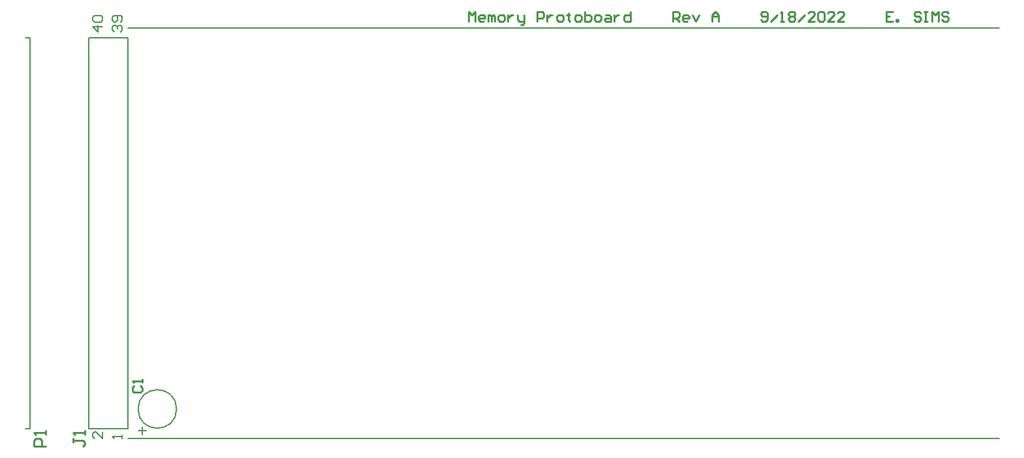
<source format=gto>
G04*
G04 #@! TF.GenerationSoftware,Altium Limited,Altium Designer,21.9.1 (22)*
G04*
G04 Layer_Color=65535*
%FSLAX25Y25*%
%MOIN*%
G70*
G04*
G04 #@! TF.SameCoordinates,86BB2744-E3F5-4ECB-9631-A9D74316A694*
G04*
G04*
G04 #@! TF.FilePolarity,Positive*
G04*
G01*
G75*
%ADD10C,0.00787*%
%ADD11C,0.00500*%
%ADD12C,0.01000*%
%ADD13C,0.00800*%
%ADD14C,0.00591*%
D10*
X179842Y125000D02*
G03*
X179842Y125000I-9843J0D01*
G01*
X102500Y115000D02*
X105000D01*
X102500Y315000D02*
X105000D01*
Y115000D02*
Y315000D01*
X155000Y115000D02*
Y315000D01*
X135000Y115000D02*
Y315000D01*
Y115000D02*
X155000D01*
X135000Y315000D02*
X155000D01*
D11*
Y110000D02*
X600000Y110000D01*
X155000Y320000D02*
X600000Y320000D01*
D12*
X329079Y323333D02*
Y328331D01*
X330746Y326665D01*
X332412Y328331D01*
Y323333D01*
X336577D02*
X334911D01*
X334078Y324166D01*
Y325832D01*
X334911Y326665D01*
X336577D01*
X337410Y325832D01*
Y324999D01*
X334078D01*
X339076Y323333D02*
Y326665D01*
X339909D01*
X340742Y325832D01*
Y323333D01*
Y325832D01*
X341575Y326665D01*
X342408Y325832D01*
Y323333D01*
X344908D02*
X346574D01*
X347407Y324166D01*
Y325832D01*
X346574Y326665D01*
X344908D01*
X344075Y325832D01*
Y324166D01*
X344908Y323333D01*
X349073Y326665D02*
Y323333D01*
Y324999D01*
X349906Y325832D01*
X350739Y326665D01*
X351572D01*
X354071D02*
Y324166D01*
X354904Y323333D01*
X357403D01*
Y322499D01*
X356570Y321666D01*
X355737D01*
X357403Y323333D02*
Y326665D01*
X364068Y323333D02*
Y328331D01*
X366567D01*
X367400Y327498D01*
Y325832D01*
X366567Y324999D01*
X364068D01*
X369066Y326665D02*
Y323333D01*
Y324999D01*
X369900Y325832D01*
X370732Y326665D01*
X371566D01*
X374898Y323333D02*
X376564D01*
X377397Y324166D01*
Y325832D01*
X376564Y326665D01*
X374898D01*
X374065Y325832D01*
Y324166D01*
X374898Y323333D01*
X379896Y327498D02*
Y326665D01*
X379063D01*
X380729D01*
X379896D01*
Y324166D01*
X380729Y323333D01*
X384062D02*
X385728D01*
X386561Y324166D01*
Y325832D01*
X385728Y326665D01*
X384062D01*
X383228Y325832D01*
Y324166D01*
X384062Y323333D01*
X388227Y328331D02*
Y323333D01*
X390726D01*
X391559Y324166D01*
Y324999D01*
Y325832D01*
X390726Y326665D01*
X388227D01*
X394058Y323333D02*
X395724D01*
X396557Y324166D01*
Y325832D01*
X395724Y326665D01*
X394058D01*
X393225Y325832D01*
Y324166D01*
X394058Y323333D01*
X399057Y326665D02*
X400723D01*
X401556Y325832D01*
Y323333D01*
X399057D01*
X398224Y324166D01*
X399057Y324999D01*
X401556D01*
X403222Y326665D02*
Y323333D01*
Y324999D01*
X404055Y325832D01*
X404888Y326665D01*
X405721D01*
X411553Y328331D02*
Y323333D01*
X409053D01*
X408220Y324166D01*
Y325832D01*
X409053Y326665D01*
X411553D01*
X433212Y323333D02*
Y328331D01*
X435711D01*
X436545Y327498D01*
Y325832D01*
X435711Y324999D01*
X433212D01*
X434878D02*
X436545Y323333D01*
X440710D02*
X439044D01*
X438211Y324166D01*
Y325832D01*
X439044Y326665D01*
X440710D01*
X441543Y325832D01*
Y324999D01*
X438211D01*
X443209Y326665D02*
X444875Y323333D01*
X446541Y326665D01*
X453206Y323333D02*
Y326665D01*
X454872Y328331D01*
X456538Y326665D01*
Y323333D01*
Y325832D01*
X453206D01*
X478198Y324166D02*
X479031Y323333D01*
X480697D01*
X481530Y324166D01*
Y327498D01*
X480697Y328331D01*
X479031D01*
X478198Y327498D01*
Y326665D01*
X479031Y325832D01*
X481530D01*
X483196Y323333D02*
X486528Y326665D01*
X488195Y323333D02*
X489861D01*
X489028D01*
Y328331D01*
X488195Y327498D01*
X492360D02*
X493193Y328331D01*
X494859D01*
X495692Y327498D01*
Y326665D01*
X494859Y325832D01*
X495692Y324999D01*
Y324166D01*
X494859Y323333D01*
X493193D01*
X492360Y324166D01*
Y324999D01*
X493193Y325832D01*
X492360Y326665D01*
Y327498D01*
X493193Y325832D02*
X494859D01*
X497358Y323333D02*
X500690Y326665D01*
X505689Y323333D02*
X502356D01*
X505689Y326665D01*
Y327498D01*
X504856Y328331D01*
X503190D01*
X502356Y327498D01*
X507355D02*
X508188Y328331D01*
X509854D01*
X510687Y327498D01*
Y324166D01*
X509854Y323333D01*
X508188D01*
X507355Y324166D01*
Y327498D01*
X515686Y323333D02*
X512353D01*
X515686Y326665D01*
Y327498D01*
X514853Y328331D01*
X513186D01*
X512353Y327498D01*
X520684Y323333D02*
X517352D01*
X520684Y326665D01*
Y327498D01*
X519851Y328331D01*
X518185D01*
X517352Y327498D01*
X545676Y328331D02*
X542344D01*
Y323333D01*
X545676D01*
X542344Y325832D02*
X544010D01*
X547342Y323333D02*
Y324166D01*
X548175D01*
Y323333D01*
X547342D01*
X559838Y327498D02*
X559005Y328331D01*
X557339D01*
X556506Y327498D01*
Y326665D01*
X557339Y325832D01*
X559005D01*
X559838Y324999D01*
Y324166D01*
X559005Y323333D01*
X557339D01*
X556506Y324166D01*
X561504Y328331D02*
X563170D01*
X562337D01*
Y323333D01*
X561504D01*
X563170D01*
X565669D02*
Y328331D01*
X567336Y326665D01*
X569002Y328331D01*
Y323333D01*
X574000Y327498D02*
X573167Y328331D01*
X571501D01*
X570668Y327498D01*
Y326665D01*
X571501Y325832D01*
X573167D01*
X574000Y324999D01*
Y324166D01*
X573167Y323333D01*
X571501D01*
X570668Y324166D01*
X127001Y110000D02*
Y108001D01*
Y109000D01*
X131999D01*
X132999Y108001D01*
Y107001D01*
X131999Y106001D01*
X132999Y111999D02*
Y113999D01*
Y112999D01*
X127001D01*
X128001Y111999D01*
X158048Y136881D02*
X157215Y136048D01*
Y134382D01*
X158048Y133549D01*
X161381D01*
X162214Y134382D01*
Y136048D01*
X161381Y136881D01*
X162214Y138547D02*
Y140213D01*
Y139380D01*
X157215D01*
X158048Y138547D01*
X112999Y106001D02*
X107001D01*
Y109000D01*
X108001Y110000D01*
X110000D01*
X111000Y109000D01*
Y106001D01*
X112999Y111999D02*
Y113999D01*
Y112999D01*
X107001D01*
X108001Y111999D01*
D13*
X152000Y110000D02*
Y111666D01*
Y110833D01*
X147002D01*
X147835Y110000D01*
X142000Y113332D02*
Y110000D01*
X138668Y113332D01*
X137835D01*
X137002Y112499D01*
Y110833D01*
X137835Y110000D01*
X142000Y320499D02*
X137002D01*
X139501Y318000D01*
Y321332D01*
X137835Y322998D02*
X137002Y323831D01*
Y325498D01*
X137835Y326331D01*
X141167D01*
X142000Y325498D01*
Y323831D01*
X141167Y322998D01*
X137835D01*
X147835Y318000D02*
X147002Y318833D01*
Y320499D01*
X147835Y321332D01*
X148668D01*
X149501Y320499D01*
Y319666D01*
Y320499D01*
X150334Y321332D01*
X151167D01*
X152000Y320499D01*
Y318833D01*
X151167Y318000D01*
Y322998D02*
X152000Y323831D01*
Y325498D01*
X151167Y326331D01*
X147835D01*
X147002Y325498D01*
Y323831D01*
X147835Y322998D01*
X148668D01*
X149501Y323831D01*
Y326331D01*
D14*
X162212Y115889D02*
Y111953D01*
X164180Y113921D02*
X160245D01*
M02*

</source>
